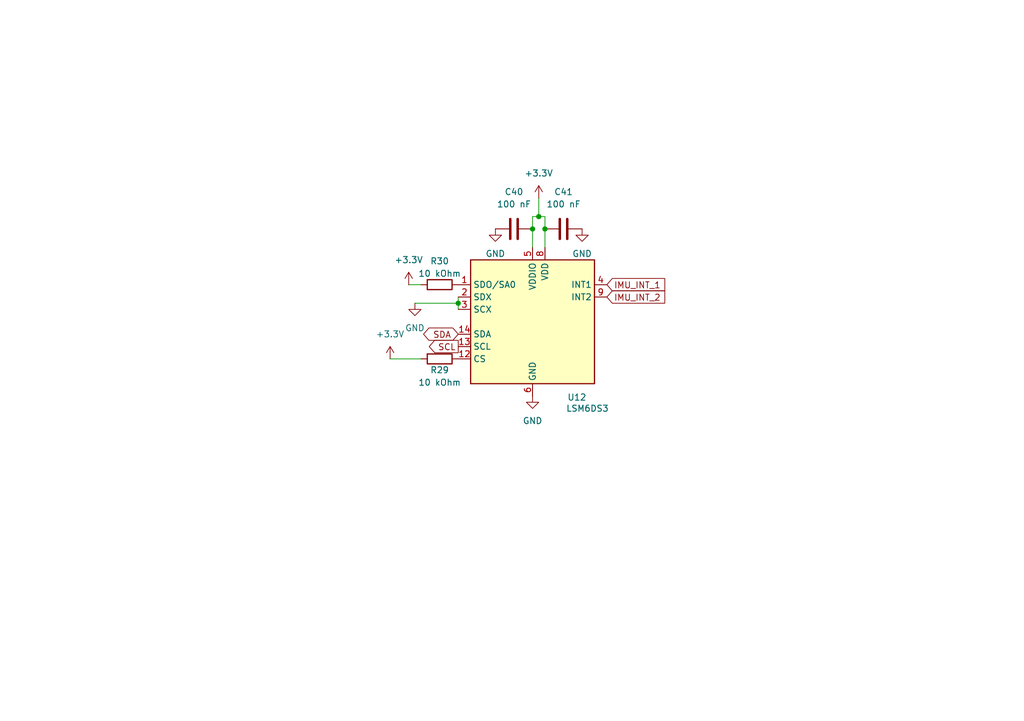
<source format=kicad_sch>
(kicad_sch (version 20250114) (generator "eeschema") (generator_version "9.0")
  (paper "A5")
  (lib_symbols
    (symbol "Device:C" (pin_numbers (hide yes)) (pin_names (offset 0.254))
      (property "Reference" "C" (at 0.635 2.54 0))
      (property "Value" "C" (at 0.635 -2.54 0))
      (symbol "C_0_1"
        (polyline (pts (xy -2.032 0.762) (xy 2.032 0.762)) (stroke (width 0.508)))
        (polyline (pts (xy -2.032 -0.762) (xy 2.032 -0.762)) (stroke (width 0.508)))
      )
      (symbol "C_1_1"
        (pin passive line (at 0 3.81 270) (length 2.794) (name "~") (number "1"))
        (pin passive line (at 0 -3.81 90) (length 2.794) (name "~") (number "2"))
      )
    )
    (symbol "Device:R" (pin_numbers (hide yes)) (pin_names (offset 0))
      (property "Reference" "R" (at 2.032 0 90))
      (property "Value" "R" (at 0 0 90))
      (symbol "R_0_1"
        (rectangle (start -1.016 -2.54) (end 1.016 2.54) (stroke (width 0.254)))
      )
      (symbol "R_1_1"
        (pin passive line (at 0 3.81 270) (length 1.27) (name "~") (number "1"))
        (pin passive line (at 0 -3.81 90) (length 1.27) (name "~") (number "2"))
      )
    )
    (symbol "Sensor_Motion:LSM6DS3"
      (property "Reference" "U" (at -11.43 15.24 0))
      (property "Value" "LSM6DS3" (at -11.43 12.7 0))
      (symbol "LSM6DS3_0_1"
        (rectangle (start -12.7 12.7) (end 12.7 -12.7) (stroke (width 0.254)) (fill (type background)))
      )
      (symbol "LSM6DS3_1_1"
        (pin bidirectional line (at -15.24 7.62 0) (length 2.54) (name "SDO/SA0") (number "1"))
        (pin bidirectional line (at -15.24 5.08 0) (length 2.54) (name "SDX") (number "2"))
        (pin input line (at -15.24 2.54 0) (length 2.54) (name "SCX") (number "3"))
        (pin bidirectional line (at -15.24 -2.54 0) (length 2.54) (name "SDA") (number "14"))
        (pin input line (at -15.24 -5.08 0) (length 2.54) (name "SCL") (number "13"))
        (pin input line (at -15.24 -7.62 0) (length 2.54) (name "CS") (number "12"))
        (pin power_in line (at 0 15.24 270) (length 2.54) (name "VDDIO") (number "5"))
        (pin power_in line (at 0 -15.24 90) (length 2.54) (name "GND") (number "6"))
        (pin passive line (at 0 -15.24 90) (length 2.54) (hide yes) (name "GND") (number "7"))
        (pin power_in line (at 2.54 15.24 270) (length 2.54) (name "VDD") (number "8"))
        (pin no_connect line (at 12.7 -2.54 180) (length 3.81) (hide yes) (name "NC") (number "11"))
        (pin no_connect line (at 12.7 -5.08 180) (length 3.81) (hide yes) (name "NC") (number "10"))
        (pin output line (at 15.24 7.62 180) (length 2.54) (name "INT1") (number "4"))
        (pin output line (at 15.24 5.08 180) (length 2.54) (name "INT2") (number "9"))
      )
    )
    (symbol "power:+3.3V" (power) (pin_numbers (hide yes)) (pin_names (offset 0) (hide yes))
      (property "Value" "+3.3V" (at 0 3.556 0))
      (symbol "+3.3V_0_1"
        (polyline (pts (xy -0.762 1.27) (xy 0 2.54)))
        (polyline (pts (xy 0 2.54) (xy 0.762 1.27)))
        (polyline (pts (xy 0 0) (xy 0 2.54)))
      )
      (symbol "+3.3V_1_1"
        (pin power_in line (at 0 0 90) (length 0) (name "~") (number "1"))
      )
    )
    (symbol "power:GND" (power) (pin_numbers (hide yes)) (pin_names (offset 0) (hide yes))
      (property "Value" "GND" (at 0 -3.81 0))
      (symbol "GND_0_1"
        (polyline (pts (xy 0 0) (xy 0 -1.27) (xy 1.27 -1.27) (xy 0 -2.54) (xy -1.27 -1.27) (xy 0 -1.27)))
      )
      (symbol "GND_1_1"
        (pin power_in line (at 0 0 270) (length 0) (name "~") (number "1"))
      )
    )
  )
  (junction (at 110.49 44.45))
  (junction (at 111.76 46.99))
  (junction (at 109.22 46.99))
  (junction (at 93.98 62.23))
  (wire (pts (xy 110.49 44.45) (xy 111.76 44.45)))
  (wire (pts (xy 93.98 60.96) (xy 93.98 62.23)))
  (wire (pts (xy 85.09 62.23) (xy 93.98 62.23)))
  (wire (pts (xy 111.76 44.45) (xy 111.76 46.99)))
  (wire (pts (xy 93.98 62.23) (xy 93.98 63.5)))
  (wire (pts (xy 111.76 46.99) (xy 111.76 50.8)))
  (wire (pts (xy 110.49 40.64) (xy 110.49 44.45)))
  (wire (pts (xy 109.22 44.45) (xy 109.22 46.99)))
  (wire (pts (xy 83.82 58.42) (xy 86.36 58.42)))
  (wire (pts (xy 80.01 73.66) (xy 86.36 73.66)))
  (wire (pts (xy 109.22 46.99) (xy 109.22 50.8)))
  (wire (pts (xy 109.22 44.45) (xy 110.49 44.45)))
  (global_label "SDA" (shape bidirectional) (at 93.98 68.58 180) (property "Intersheetrefs" "${INTERSHEET_REFS}" (effects (hide yes))))
  (global_label "IMU_INT_1" (shape input) (at 124.46 58.42 0) (property "Intersheetrefs" "${INTERSHEET_REFS}" (effects (hide yes))))
  (global_label "IMU_INT_2" (shape input) (at 124.46 60.96 0) (property "Intersheetrefs" "${INTERSHEET_REFS}" (effects (hide yes))))
  (global_label "SCL" (shape output) (at 93.98 71.12 180) (property "Intersheetrefs" "${INTERSHEET_REFS}" (effects (hide yes))))
  (symbol (lib_id "power:GND") (at 109.22 81.28 0) (unit 1)
    (property "Reference" "#PWR0100" (effects (hide yes)))
    (property "Value" "GND" (at 109.22 86.36 0))
    (property "Description" "Power symbol creates a global label with name \"GND\" , ground" (effects (hide yes)))
  )
  (symbol (lib_id "power:GND") (at 101.6 46.99 0) (unit 1)
    (property "Reference" "#PWR098" (effects (hide yes)))
    (property "Value" "GND" (at 101.6 52.07 0))
    (property "Description" "Power symbol creates a global label with name \"GND\" , ground" (effects (hide yes)))
  )
  (symbol (lib_id "power:GND") (at 119.38 46.99 0) (unit 1)
    (property "Reference" "#PWR0101" (effects (hide yes)))
    (property "Value" "GND" (at 119.38 52.07 0))
    (property "Description" "Power symbol creates a global label with name \"GND\" , ground" (effects (hide yes)))
  )
  (symbol (lib_id "power:+3.3V") (at 110.49 40.64 0) (unit 1)
    (property "Reference" "#PWR099" (effects (hide yes)))
    (property "Value" "+3.3V" (at 110.49 35.56 0))
    (property "Description" "Power symbol creates a global label with name \"+3.3V\"" (effects (hide yes)))
  )
  (symbol (lib_id "power:+3.3V") (at 83.82 58.42 0) (mirror y) (unit 1)
    (property "Reference" "#PWR016" (effects (hide yes)))
    (property "Value" "+3.3V" (at 83.82 53.34 0))
    (property "Description" "Power symbol creates a global label with name \"+3.3V\"" (effects (hide yes)))
  )
  (symbol (lib_id "Device:C") (at 105.41 46.99 90) (unit 1)
    (property "Reference" "C40" (at 105.41 39.37 90))
    (property "Value" "100 nF" (at 105.41 41.91 90))
    (property "Footprint" "Capacitor_SMD:C_0603_1608Metric" (effects (hide yes)))
    (property "Description" "Unpolarized capacitor" (effects (hide yes)))
  )
  (symbol (lib_id "Sensor_Motion:LSM6DS3") (at 109.22 66.04 0) (unit 1)
    (property "Reference" "U12" (at 116.332 81.534 0) (effects (justify left)))
    (property "Value" "LSM6DS3" (at 116.078 83.82 0) (effects (justify left)))
    (property "Footprint" "Package_LGA:LGA-14_3x2.5mm_P0.5mm_LayoutBorder3x4y" (effects (hide yes)))
    (property "Datasheet" "https://www.st.com/resource/en/datasheet/lsm6ds3tr-c.pdf" (effects (hide yes)))
    (property "Description" "I2C/SPI, iNEMO inertial module: always-on 3D accelerometer and 3D gyroscope" (effects (hide yes)))
  )
  (symbol (lib_id "Device:R") (at 90.17 58.42 270) (mirror x) (unit 1)
    (property "Reference" "R30" (at 90.17 53.594 90))
    (property "Value" "10 kOhm" (at 90.17 56.134 90))
    (property "Footprint" "Resistor_SMD:R_0603_1608Metric" (effects (hide yes)))
    (property "Description" "Resistor" (effects (hide yes)))
  )
  (symbol (lib_id "power:+3.3V") (at 80.01 73.66 0) (mirror y) (unit 1)
    (property "Reference" "#PWR013" (effects (hide yes)))
    (property "Value" "+3.3V" (at 80.01 68.58 0))
    (property "Description" "Power symbol creates a global label with name \"+3.3V\"" (effects (hide yes)))
  )
  (symbol (lib_id "Device:C") (at 115.57 46.99 90) (unit 1)
    (property "Reference" "C41" (at 115.57 39.37 90))
    (property "Value" "100 nF" (at 115.57 41.91 90))
    (property "Footprint" "Capacitor_SMD:C_0603_1608Metric" (effects (hide yes)))
    (property "Description" "Unpolarized capacitor" (effects (hide yes)))
  )
  (symbol (lib_id "power:GND") (at 85.09 62.23 0) (unit 1)
    (property "Reference" "#PWR097" (effects (hide yes)))
    (property "Value" "GND" (at 85.09 67.31 0))
    (property "Description" "Power symbol creates a global label with name \"GND\" , ground" (effects (hide yes)))
  )
  (symbol (lib_id "Device:R") (at 90.17 73.66 270) (mirror x) (unit 1)
    (property "Reference" "R29" (at 90.17 75.946 90))
    (property "Value" "10 kOhm" (at 90.17 78.486 90))
    (property "Footprint" "Resistor_SMD:R_0603_1608Metric" (effects (hide yes)))
    (property "Description" "Resistor" (effects (hide yes)))
  )
)
</source>
